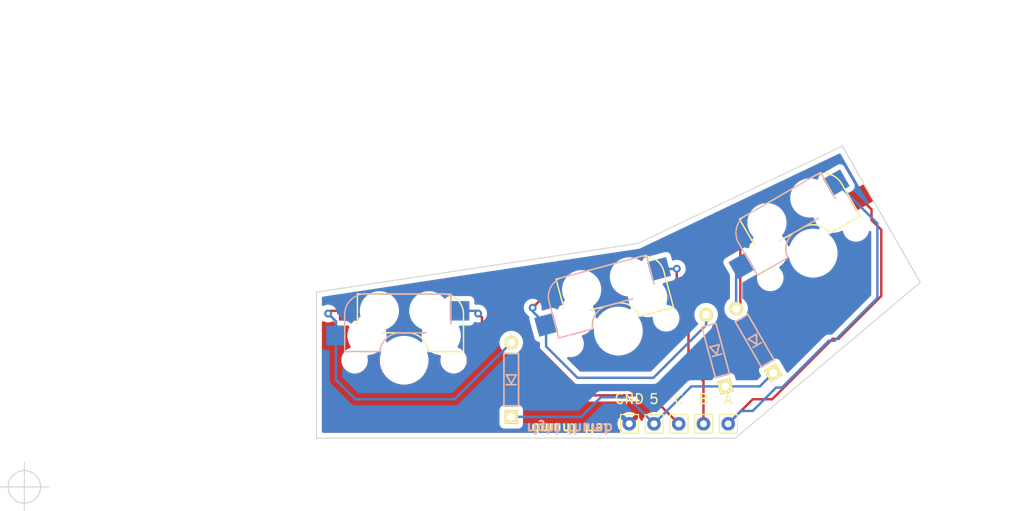
<source format=kicad_pcb>
(kicad_pcb (version 20171130) (host pcbnew 5.1.12)

  (general
    (thickness 1.6)
    (drawings 18)
    (tracks 70)
    (zones 0)
    (modules 11)
    (nets 9)
  )

  (page A4)
  (layers
    (0 F.Cu signal)
    (31 B.Cu signal)
    (32 B.Adhes user)
    (33 F.Adhes user)
    (34 B.Paste user)
    (35 F.Paste user)
    (36 B.SilkS user)
    (37 F.SilkS user)
    (38 B.Mask user)
    (39 F.Mask user)
    (40 Dwgs.User user)
    (41 Cmts.User user)
    (42 Eco1.User user)
    (43 Eco2.User user)
    (44 Edge.Cuts user)
    (45 Margin user)
    (46 B.CrtYd user)
    (47 F.CrtYd user)
    (48 B.Fab user)
    (49 F.Fab user)
  )

  (setup
    (last_trace_width 0.25)
    (trace_clearance 0.2)
    (zone_clearance 0.508)
    (zone_45_only no)
    (trace_min 0.2)
    (via_size 0.8)
    (via_drill 0.4)
    (via_min_size 0.4)
    (via_min_drill 0.3)
    (uvia_size 0.3)
    (uvia_drill 0.1)
    (uvias_allowed no)
    (uvia_min_size 0.2)
    (uvia_min_drill 0.1)
    (edge_width 0.1)
    (segment_width 0.2)
    (pcb_text_width 0.3)
    (pcb_text_size 1.5 1.5)
    (mod_edge_width 0.15)
    (mod_text_size 1 1)
    (mod_text_width 0.15)
    (pad_size 1.4 1.4)
    (pad_drill 0.7)
    (pad_to_mask_clearance 0)
    (aux_axis_origin 0 0)
    (visible_elements FFFFFF7F)
    (pcbplotparams
      (layerselection 0x010fc_ffffffff)
      (usegerberextensions false)
      (usegerberattributes true)
      (usegerberadvancedattributes true)
      (creategerberjobfile true)
      (excludeedgelayer true)
      (linewidth 0.100000)
      (plotframeref false)
      (viasonmask false)
      (mode 1)
      (useauxorigin false)
      (hpglpennumber 1)
      (hpglpenspeed 20)
      (hpglpendiameter 15.000000)
      (psnegative false)
      (psa4output false)
      (plotreference true)
      (plotvalue true)
      (plotinvisibletext false)
      (padsonsilk false)
      (subtractmaskfromsilk false)
      (outputformat 1)
      (mirror false)
      (drillshape 0)
      (scaleselection 1)
      (outputdirectory "../gerber/revF-thumb-reversible/"))
  )

  (net 0 "")
  (net 1 "Net-(D_LA5-Pad2)")
  (net 2 "Net-(D_LA5-Pad1)")
  (net 3 "Net-(D_LB5-Pad2)")
  (net 4 "Net-(D_LC5-Pad2)")
  (net 5 "Net-(H_LA1-Pad1)")
  (net 6 "Net-(H_LB1-Pad1)")
  (net 7 "Net-(H_LC1-Pad1)")
  (net 8 GND)

  (net_class Default "これはデフォルトのネット クラスです。"
    (clearance 0.2)
    (trace_width 0.25)
    (via_dia 0.8)
    (via_drill 0.4)
    (uvia_dia 0.3)
    (uvia_drill 0.1)
    (add_net GND)
    (add_net "Net-(D_LA5-Pad1)")
    (add_net "Net-(D_LA5-Pad2)")
    (add_net "Net-(D_LB5-Pad2)")
    (add_net "Net-(D_LC5-Pad2)")
    (add_net "Net-(H_LA1-Pad1)")
    (add_net "Net-(H_LB1-Pad1)")
    (add_net "Net-(H_LC1-Pad1)")
  )

  (module local:Pin_D0.7mm (layer F.Cu) (tedit 61A2FA53) (tstamp 62644C69)
    (at 74.66 53.52 180)
    (descr "solder Pin_ with flat fork, hole diameter 0.7mm, length 6.5mm, width 1.8mm")
    (tags "solder Pin_ with flat fork")
    (path /61A27B42)
    (fp_text reference H_L5 (at 0 -3.81) (layer F.Fab)
      (effects (font (size 0.8 0.8) (thickness 0.15)))
    )
    (fp_text value 5 (at 0 2.54) (layer F.SilkS)
      (effects (font (size 1 1) (thickness 0.15)))
    )
    (fp_line (start -0.9 0.25) (end -0.9 -0.25) (layer F.Fab) (width 0.12))
    (fp_line (start 0.85 0.25) (end -0.9 0.25) (layer F.Fab) (width 0.12))
    (fp_line (start 0.85 -0.25) (end 0.85 0.25) (layer F.Fab) (width 0.12))
    (fp_line (start -0.9 -0.25) (end 0.85 -0.25) (layer F.Fab) (width 0.12))
    (fp_line (start 0.9 -0.95) (end -0.95 -0.95) (layer F.SilkS) (width 0.12))
    (fp_line (start 0.9 -0.9) (end 0.9 -0.95) (layer F.SilkS) (width 0.12))
    (fp_line (start 0.9 0.95) (end 0.9 -0.9) (layer F.SilkS) (width 0.12))
    (fp_line (start -0.95 0.95) (end 0.9 0.95) (layer F.SilkS) (width 0.12))
    (fp_line (start -0.95 -0.95) (end -0.95 0.95) (layer F.SilkS) (width 0.12))
    (pad 1 thru_hole circle (at 0 0 180) (size 1.4 1.4) (drill 0.7) (layers *.Cu *.Mask)
      (net 2 "Net-(D_LA5-Pad1)"))
    (model ${KISYS3DMOD}/Connector_Pin.3dshapes/Pin_D0.7mm_L6.5mm_W1.8mm_FlatFork.wrl
      (at (xyz 0 0 0))
      (scale (xyz 1 1 1))
      (rotate (xyz 0 0 0))
    )
  )

  (module local:Pin_D0.7mm (layer F.Cu) (tedit 61A2FA53) (tstamp 62644C1A)
    (at 82.28 53.52 180)
    (descr "solder Pin_ with flat fork, hole diameter 0.7mm, length 6.5mm, width 1.8mm")
    (tags "solder Pin_ with flat fork")
    (path /61A275B8)
    (fp_text reference H_LA1 (at 0 -3.81) (layer F.Fab)
      (effects (font (size 0.8 0.8) (thickness 0.15)))
    )
    (fp_text value A (at 0 2.54) (layer F.SilkS)
      (effects (font (size 1 1) (thickness 0.15)))
    )
    (fp_line (start -0.9 0.25) (end -0.9 -0.25) (layer F.Fab) (width 0.12))
    (fp_line (start 0.85 0.25) (end -0.9 0.25) (layer F.Fab) (width 0.12))
    (fp_line (start 0.85 -0.25) (end 0.85 0.25) (layer F.Fab) (width 0.12))
    (fp_line (start -0.9 -0.25) (end 0.85 -0.25) (layer F.Fab) (width 0.12))
    (fp_line (start 0.9 -0.95) (end -0.95 -0.95) (layer F.SilkS) (width 0.12))
    (fp_line (start 0.9 -0.9) (end 0.9 -0.95) (layer F.SilkS) (width 0.12))
    (fp_line (start 0.9 0.95) (end 0.9 -0.9) (layer F.SilkS) (width 0.12))
    (fp_line (start -0.95 0.95) (end 0.9 0.95) (layer F.SilkS) (width 0.12))
    (fp_line (start -0.95 -0.95) (end -0.95 0.95) (layer F.SilkS) (width 0.12))
    (pad 1 thru_hole circle (at 0 0 180) (size 1.4 1.4) (drill 0.7) (layers *.Cu *.Mask)
      (net 5 "Net-(H_LA1-Pad1)"))
    (model ${KISYS3DMOD}/Connector_Pin.3dshapes/Pin_D0.7mm_L6.5mm_W1.8mm_FlatFork.wrl
      (at (xyz 0 0 0))
      (scale (xyz 1 1 1))
      (rotate (xyz 0 0 0))
    )
  )

  (module local:Pin_D0.7mm (layer F.Cu) (tedit 61A2FA53) (tstamp 62644C0D)
    (at 72.12 53.52 180)
    (descr "solder Pin_ with flat fork, hole diameter 0.7mm, length 6.5mm, width 1.8mm")
    (tags "solder Pin_ with flat fork")
    (path /61A27F0E)
    (fp_text reference H_LGND1 (at 0 -3.81) (layer F.Fab)
      (effects (font (size 0.8 0.8) (thickness 0.15)))
    )
    (fp_text value GND (at 0 2.54) (layer F.SilkS)
      (effects (font (size 1 1) (thickness 0.15)))
    )
    (fp_line (start -0.9 0.25) (end -0.9 -0.25) (layer F.Fab) (width 0.12))
    (fp_line (start 0.85 0.25) (end -0.9 0.25) (layer F.Fab) (width 0.12))
    (fp_line (start 0.85 -0.25) (end 0.85 0.25) (layer F.Fab) (width 0.12))
    (fp_line (start -0.9 -0.25) (end 0.85 -0.25) (layer F.Fab) (width 0.12))
    (fp_line (start 0.9 -0.95) (end -0.95 -0.95) (layer F.SilkS) (width 0.12))
    (fp_line (start 0.9 -0.9) (end 0.9 -0.95) (layer F.SilkS) (width 0.12))
    (fp_line (start 0.9 0.95) (end 0.9 -0.9) (layer F.SilkS) (width 0.12))
    (fp_line (start -0.95 0.95) (end 0.9 0.95) (layer F.SilkS) (width 0.12))
    (fp_line (start -0.95 -0.95) (end -0.95 0.95) (layer F.SilkS) (width 0.12))
    (pad 1 thru_hole circle (at 0 0 180) (size 1.4 1.4) (drill 0.7) (layers *.Cu *.Mask)
      (net 8 GND))
    (model ${KISYS3DMOD}/Connector_Pin.3dshapes/Pin_D0.7mm_L6.5mm_W1.8mm_FlatFork.wrl
      (at (xyz 0 0 0))
      (scale (xyz 1 1 1))
      (rotate (xyz 0 0 0))
    )
  )

  (module local:Pin_D0.7mm (layer F.Cu) (tedit 61A2FA53) (tstamp 62644BE6)
    (at 79.74 53.52 180)
    (descr "solder Pin_ with flat fork, hole diameter 0.7mm, length 6.5mm, width 1.8mm")
    (tags "solder Pin_ with flat fork")
    (path /61A25B2F)
    (fp_text reference H_LB1 (at 0 -3.81) (layer F.Fab)
      (effects (font (size 0.8 0.8) (thickness 0.15)))
    )
    (fp_text value B (at 0 2.54) (layer F.SilkS)
      (effects (font (size 1 1) (thickness 0.15)))
    )
    (fp_line (start -0.9 0.25) (end -0.9 -0.25) (layer F.Fab) (width 0.12))
    (fp_line (start 0.85 0.25) (end -0.9 0.25) (layer F.Fab) (width 0.12))
    (fp_line (start 0.85 -0.25) (end 0.85 0.25) (layer F.Fab) (width 0.12))
    (fp_line (start -0.9 -0.25) (end 0.85 -0.25) (layer F.Fab) (width 0.12))
    (fp_line (start 0.9 -0.95) (end -0.95 -0.95) (layer F.SilkS) (width 0.12))
    (fp_line (start 0.9 -0.9) (end 0.9 -0.95) (layer F.SilkS) (width 0.12))
    (fp_line (start 0.9 0.95) (end 0.9 -0.9) (layer F.SilkS) (width 0.12))
    (fp_line (start -0.95 0.95) (end 0.9 0.95) (layer F.SilkS) (width 0.12))
    (fp_line (start -0.95 -0.95) (end -0.95 0.95) (layer F.SilkS) (width 0.12))
    (pad 1 thru_hole circle (at 0 0 180) (size 1.4 1.4) (drill 0.7) (layers *.Cu *.Mask)
      (net 6 "Net-(H_LB1-Pad1)"))
    (model ${KISYS3DMOD}/Connector_Pin.3dshapes/Pin_D0.7mm_L6.5mm_W1.8mm_FlatFork.wrl
      (at (xyz 0 0 0))
      (scale (xyz 1 1 1))
      (rotate (xyz 0 0 0))
    )
  )

  (module local:Pin_D0.7mm (layer F.Cu) (tedit 61A2FA53) (tstamp 62644BD9)
    (at 77.2 53.52 180)
    (descr "solder Pin_ with flat fork, hole diameter 0.7mm, length 6.5mm, width 1.8mm")
    (tags "solder Pin_ with flat fork")
    (path /61A26894)
    (fp_text reference H_LC1 (at 0 -3.81) (layer F.Fab)
      (effects (font (size 0.8 0.8) (thickness 0.15)))
    )
    (fp_text value C (at 0 2.54) (layer F.SilkS)
      (effects (font (size 1 1) (thickness 0.15)))
    )
    (fp_line (start -0.9 0.25) (end -0.9 -0.25) (layer F.Fab) (width 0.12))
    (fp_line (start 0.85 0.25) (end -0.9 0.25) (layer F.Fab) (width 0.12))
    (fp_line (start 0.85 -0.25) (end 0.85 0.25) (layer F.Fab) (width 0.12))
    (fp_line (start -0.9 -0.25) (end 0.85 -0.25) (layer F.Fab) (width 0.12))
    (fp_line (start 0.9 -0.95) (end -0.95 -0.95) (layer F.SilkS) (width 0.12))
    (fp_line (start 0.9 -0.9) (end 0.9 -0.95) (layer F.SilkS) (width 0.12))
    (fp_line (start 0.9 0.95) (end 0.9 -0.9) (layer F.SilkS) (width 0.12))
    (fp_line (start -0.95 0.95) (end 0.9 0.95) (layer F.SilkS) (width 0.12))
    (fp_line (start -0.95 -0.95) (end -0.95 0.95) (layer F.SilkS) (width 0.12))
    (pad 1 thru_hole circle (at 0 0 180) (size 1.4 1.4) (drill 0.7) (layers *.Cu *.Mask)
      (net 7 "Net-(H_LC1-Pad1)"))
    (model ${KISYS3DMOD}/Connector_Pin.3dshapes/Pin_D0.7mm_L6.5mm_W1.8mm_FlatFork.wrl
      (at (xyz 0 0 0))
      (scale (xyz 1 1 1))
      (rotate (xyz 0 0 0))
    )
  )

  (module local:D_TH_Reversible (layer F.Cu) (tedit 6108B6D8) (tstamp 6266B1C6)
    (at 85 45 120)
    (descr "Resitance 3 pas")
    (tags R)
    (path /61A38A85)
    (autoplace_cost180 10)
    (fp_text reference D_LA5 (at 0.55 0 120) (layer F.Fab) hide
      (effects (font (size 0.5 0.5) (thickness 0.125)))
    )
    (fp_text value D_A5 (at -0.55 0 120) (layer F.Fab) hide
      (effects (font (size 0.5 0.5) (thickness 0.125)))
    )
    (fp_line (start 2.7 0.75) (end 2.7 -0.75) (layer B.SilkS) (width 0.15))
    (fp_line (start -2.7 0.75) (end 2.7 0.75) (layer B.SilkS) (width 0.15))
    (fp_line (start -2.7 -0.75) (end -2.7 0.75) (layer B.SilkS) (width 0.15))
    (fp_line (start 2.7 -0.75) (end -2.7 -0.75) (layer B.SilkS) (width 0.15))
    (fp_line (start 2.7 0.75) (end 2.7 -0.75) (layer F.SilkS) (width 0.15))
    (fp_line (start -2.7 0.75) (end 2.7 0.75) (layer F.SilkS) (width 0.15))
    (fp_line (start -2.7 -0.75) (end -2.7 0.75) (layer F.SilkS) (width 0.15))
    (fp_line (start 2.7 -0.75) (end -2.7 -0.75) (layer F.SilkS) (width 0.15))
    (fp_line (start -0.5 -0.5) (end -0.5 0.5) (layer F.SilkS) (width 0.15))
    (fp_line (start 0.5 0.5) (end -0.4 0) (layer F.SilkS) (width 0.15))
    (fp_line (start 0.5 -0.5) (end 0.5 0.5) (layer F.SilkS) (width 0.15))
    (fp_line (start -0.4 0) (end 0.5 -0.5) (layer F.SilkS) (width 0.15))
    (fp_line (start -0.5 -0.5) (end -0.5 0.5) (layer B.SilkS) (width 0.15))
    (fp_line (start 0.5 0.5) (end -0.4 0) (layer B.SilkS) (width 0.15))
    (fp_line (start 0.5 -0.5) (end 0.5 0.5) (layer B.SilkS) (width 0.15))
    (fp_line (start -0.4 0) (end 0.5 -0.5) (layer B.SilkS) (width 0.15))
    (pad 1 thru_hole rect (at -3.81 0 120) (size 1.397 1.397) (drill 0.8128) (layers *.Cu *.Mask F.SilkS)
      (net 2 "Net-(D_LA5-Pad1)"))
    (pad 2 thru_hole circle (at 3.81 0 120) (size 1.397 1.397) (drill 0.8128) (layers *.Cu *.Mask F.SilkS)
      (net 1 "Net-(D_LA5-Pad2)"))
    (model Diodes_SMD.3dshapes/SMB_Handsoldering.wrl
      (at (xyz 0 0 0))
      (scale (xyz 0.22 0.15 0.15))
      (rotate (xyz 0 0 180))
    )
  )

  (module local:D_TH_Reversible (layer F.Cu) (tedit 6108B6D8) (tstamp 6266B1DB)
    (at 81 46 105)
    (descr "Resitance 3 pas")
    (tags R)
    (path /61A3850D)
    (autoplace_cost180 10)
    (fp_text reference D_LB5 (at 0.55 0 105) (layer F.Fab) hide
      (effects (font (size 0.5 0.5) (thickness 0.125)))
    )
    (fp_text value D_B5 (at -0.55 0 105) (layer F.Fab) hide
      (effects (font (size 0.5 0.5) (thickness 0.125)))
    )
    (fp_line (start -0.4 0) (end 0.5 -0.5) (layer B.SilkS) (width 0.15))
    (fp_line (start 0.5 -0.5) (end 0.5 0.5) (layer B.SilkS) (width 0.15))
    (fp_line (start 0.5 0.5) (end -0.4 0) (layer B.SilkS) (width 0.15))
    (fp_line (start -0.5 -0.5) (end -0.5 0.5) (layer B.SilkS) (width 0.15))
    (fp_line (start -0.4 0) (end 0.5 -0.5) (layer F.SilkS) (width 0.15))
    (fp_line (start 0.5 -0.5) (end 0.5 0.5) (layer F.SilkS) (width 0.15))
    (fp_line (start 0.5 0.5) (end -0.4 0) (layer F.SilkS) (width 0.15))
    (fp_line (start -0.5 -0.5) (end -0.5 0.5) (layer F.SilkS) (width 0.15))
    (fp_line (start 2.7 -0.75) (end -2.7 -0.75) (layer F.SilkS) (width 0.15))
    (fp_line (start -2.7 -0.75) (end -2.7 0.75) (layer F.SilkS) (width 0.15))
    (fp_line (start -2.7 0.75) (end 2.7 0.75) (layer F.SilkS) (width 0.15))
    (fp_line (start 2.7 0.75) (end 2.7 -0.75) (layer F.SilkS) (width 0.15))
    (fp_line (start 2.7 -0.75) (end -2.7 -0.75) (layer B.SilkS) (width 0.15))
    (fp_line (start -2.7 -0.75) (end -2.7 0.75) (layer B.SilkS) (width 0.15))
    (fp_line (start -2.7 0.75) (end 2.7 0.75) (layer B.SilkS) (width 0.15))
    (fp_line (start 2.7 0.75) (end 2.7 -0.75) (layer B.SilkS) (width 0.15))
    (pad 2 thru_hole circle (at 3.81 0 105) (size 1.397 1.397) (drill 0.8128) (layers *.Cu *.Mask F.SilkS)
      (net 3 "Net-(D_LB5-Pad2)"))
    (pad 1 thru_hole rect (at -3.81 0 105) (size 1.397 1.397) (drill 0.8128) (layers *.Cu *.Mask F.SilkS)
      (net 2 "Net-(D_LA5-Pad1)"))
    (model Diodes_SMD.3dshapes/SMB_Handsoldering.wrl
      (at (xyz 0 0 0))
      (scale (xyz 0.22 0.15 0.15))
      (rotate (xyz 0 0 180))
    )
  )

  (module local:D_TH_Reversible (layer F.Cu) (tedit 6108B6D8) (tstamp 6266B1F0)
    (at 60 49 90)
    (descr "Resitance 3 pas")
    (tags R)
    (path /61A37E86)
    (autoplace_cost180 10)
    (fp_text reference D_LC5 (at 0.55 0 90) (layer F.Fab) hide
      (effects (font (size 0.5 0.5) (thickness 0.125)))
    )
    (fp_text value D_C5 (at -0.55 0 90) (layer F.Fab) hide
      (effects (font (size 0.5 0.5) (thickness 0.125)))
    )
    (fp_line (start 2.7 0.75) (end 2.7 -0.75) (layer B.SilkS) (width 0.15))
    (fp_line (start -2.7 0.75) (end 2.7 0.75) (layer B.SilkS) (width 0.15))
    (fp_line (start -2.7 -0.75) (end -2.7 0.75) (layer B.SilkS) (width 0.15))
    (fp_line (start 2.7 -0.75) (end -2.7 -0.75) (layer B.SilkS) (width 0.15))
    (fp_line (start 2.7 0.75) (end 2.7 -0.75) (layer F.SilkS) (width 0.15))
    (fp_line (start -2.7 0.75) (end 2.7 0.75) (layer F.SilkS) (width 0.15))
    (fp_line (start -2.7 -0.75) (end -2.7 0.75) (layer F.SilkS) (width 0.15))
    (fp_line (start 2.7 -0.75) (end -2.7 -0.75) (layer F.SilkS) (width 0.15))
    (fp_line (start -0.5 -0.5) (end -0.5 0.5) (layer F.SilkS) (width 0.15))
    (fp_line (start 0.5 0.5) (end -0.4 0) (layer F.SilkS) (width 0.15))
    (fp_line (start 0.5 -0.5) (end 0.5 0.5) (layer F.SilkS) (width 0.15))
    (fp_line (start -0.4 0) (end 0.5 -0.5) (layer F.SilkS) (width 0.15))
    (fp_line (start -0.5 -0.5) (end -0.5 0.5) (layer B.SilkS) (width 0.15))
    (fp_line (start 0.5 0.5) (end -0.4 0) (layer B.SilkS) (width 0.15))
    (fp_line (start 0.5 -0.5) (end 0.5 0.5) (layer B.SilkS) (width 0.15))
    (fp_line (start -0.4 0) (end 0.5 -0.5) (layer B.SilkS) (width 0.15))
    (pad 1 thru_hole rect (at -3.81 0 90) (size 1.397 1.397) (drill 0.8128) (layers *.Cu *.Mask F.SilkS)
      (net 2 "Net-(D_LA5-Pad1)"))
    (pad 2 thru_hole circle (at 3.81 0 90) (size 1.397 1.397) (drill 0.8128) (layers *.Cu *.Mask F.SilkS)
      (net 4 "Net-(D_LC5-Pad2)"))
    (model Diodes_SMD.3dshapes/SMB_Handsoldering.wrl
      (at (xyz 0 0 0))
      (scale (xyz 0.22 0.15 0.15))
      (rotate (xyz 0 0 180))
    )
  )

  (module local:CherryMX_Hotswap_Reversible (layer B.Cu) (tedit 61A48B05) (tstamp 6266B205)
    (at 91 36 210)
    (path /61A293DD)
    (fp_text reference SW_LA5 (at 6.858 8.128 210) (layer B.SilkS) hide
      (effects (font (size 1 1) (thickness 0.15)) (justify mirror))
    )
    (fp_text value SW_PUSH-foostan (at 7.62 -7.874 210) (layer B.Fab) hide
      (effects (font (size 1 1) (thickness 0.15)) (justify mirror))
    )
    (fp_line (start 7 -6) (end 7 -7) (layer Eco1.User) (width 0.12))
    (fp_line (start 7 -7) (end 6 -7) (layer Eco1.User) (width 0.12))
    (fp_line (start 6 7) (end 7 7) (layer Eco1.User) (width 0.12))
    (fp_line (start 7 7) (end 7 6) (layer Eco1.User) (width 0.1))
    (fp_line (start -7 6) (end -7 7) (layer Eco1.User) (width 0.1))
    (fp_line (start -7 -7) (end -7 -6) (layer Eco1.User) (width 0.1))
    (fp_line (start 6.1 0.896) (end 2.49 0.896) (layer B.SilkS) (width 0.15))
    (fp_line (start 6.1 4.85) (end 6.1 0.905) (layer B.SilkS) (width 0.15))
    (fp_line (start -4.8 6.804) (end 3.825 6.804) (layer B.SilkS) (width 0.15))
    (fp_line (start -4.8 2.896) (end -4.8 6.804) (layer B.SilkS) (width 0.15))
    (fp_line (start -4.8 2.85) (end 0.25 2.804) (layer B.SilkS) (width 0.15))
    (fp_line (start 4.8 2.85) (end -0.25 2.804) (layer F.SilkS) (width 0.15))
    (fp_line (start 4.8 2.896) (end 4.8 6.804) (layer F.SilkS) (width 0.15))
    (fp_line (start 4.8 6.804) (end -3.825 6.804) (layer F.SilkS) (width 0.15))
    (fp_line (start -6.1 4.85) (end -6.1 0.905) (layer F.SilkS) (width 0.15))
    (fp_line (start -6.1 0.896) (end -2.49 0.896) (layer F.SilkS) (width 0.15))
    (fp_line (start -9.5 9.5) (end 9.5 9.5) (layer Dwgs.User) (width 0.1))
    (fp_line (start 9.5 9.5) (end 9.5 -9.5) (layer Dwgs.User) (width 0.1))
    (fp_line (start 9.5 -9.5) (end -9.5 -9.5) (layer Dwgs.User) (width 0.1))
    (fp_line (start -9.5 -9.5) (end -9.5 9.5) (layer Dwgs.User) (width 0.1))
    (fp_line (start -6 -7) (end -7 -7) (layer Eco1.User) (width 0.1))
    (fp_line (start -7 7) (end -6 7) (layer Eco1.User) (width 0.1))
    (fp_arc (start -4.015 4.73) (end -3.825 6.804) (angle 90) (layer F.SilkS) (width 0.15))
    (fp_arc (start -0.415 0.73) (end -0.225 2.8) (angle 90) (layer F.SilkS) (width 0.15))
    (fp_arc (start 0.415 0.73) (end 0.225 2.8) (angle -90) (layer B.SilkS) (width 0.15))
    (fp_arc (start 4.015 4.73) (end 3.825 6.804) (angle -90) (layer B.SilkS) (width 0.15))
    (pad 1 smd rect (at 5.7 5.08 30) (size 2 2) (layers F.Cu F.Paste F.Mask)
      (net 1 "Net-(D_LA5-Pad2)"))
    (pad "" np_thru_hole circle (at -3.81 2.54 30) (size 3 3) (drill 3) (layers *.Cu *.Mask)
      (clearance 0.25))
    (pad "" np_thru_hole circle (at 5.08 0 30) (size 1.702 1.702) (drill 1.702) (layers *.Cu *.Mask)
      (clearance 0.3))
    (pad "" np_thru_hole circle (at -5.08 0 30) (size 1.702 1.702) (drill 1.702) (layers *.Cu *.Mask)
      (clearance 0.3))
    (pad "" np_thru_hole circle (at 0 0 300) (size 3.988 3.988) (drill 3.988) (layers *.Cu *.Mask)
      (clearance 0.25))
    (pad "" np_thru_hole circle (at 2.54 5.08 30) (size 3 3) (drill 3) (layers *.Cu *.Mask)
      (clearance 0.3))
    (pad 2 smd rect (at -7 2.54 30) (size 2 2) (layers F.Cu F.Paste F.Mask)
      (net 5 "Net-(H_LA1-Pad1)"))
    (pad 1 smd rect (at 7 2.54 30) (size 2 2) (layers B.Cu B.Paste B.Mask)
      (net 1 "Net-(D_LA5-Pad2)"))
    (pad "" np_thru_hole circle (at -2.54 5.08 30) (size 3 3) (drill 3) (layers *.Cu *.Mask)
      (clearance 0.3))
    (pad "" np_thru_hole circle (at 3.81 2.54 30) (size 3 3) (drill 3) (layers *.Cu *.Mask)
      (clearance 0.25))
    (pad 2 smd rect (at -5.7 5.08 30) (size 2 2) (layers B.Cu B.Paste B.Mask)
      (net 5 "Net-(H_LA1-Pad1)"))
  )

  (module local:CherryMX_Hotswap_Reversible (layer B.Cu) (tedit 61A48B05) (tstamp 6266B22D)
    (at 71 44 195)
    (path /61A2B094)
    (fp_text reference SW_LB5 (at 6.858 8.128 195) (layer B.SilkS) hide
      (effects (font (size 1 1) (thickness 0.15)) (justify mirror))
    )
    (fp_text value SW_PUSH-foostan (at 7.62 -7.874 195) (layer B.Fab) hide
      (effects (font (size 1 1) (thickness 0.15)) (justify mirror))
    )
    (fp_line (start -7 7) (end -6 7) (layer Eco1.User) (width 0.1))
    (fp_line (start -6 -7) (end -7 -7) (layer Eco1.User) (width 0.1))
    (fp_line (start -9.5 -9.5) (end -9.5 9.5) (layer Dwgs.User) (width 0.1))
    (fp_line (start 9.5 -9.5) (end -9.5 -9.5) (layer Dwgs.User) (width 0.1))
    (fp_line (start 9.5 9.5) (end 9.5 -9.5) (layer Dwgs.User) (width 0.1))
    (fp_line (start -9.5 9.5) (end 9.5 9.5) (layer Dwgs.User) (width 0.1))
    (fp_line (start -6.1 0.896) (end -2.49 0.896) (layer F.SilkS) (width 0.15))
    (fp_line (start -6.1 4.85) (end -6.1 0.905) (layer F.SilkS) (width 0.15))
    (fp_line (start 4.8 6.804) (end -3.825 6.804) (layer F.SilkS) (width 0.15))
    (fp_line (start 4.8 2.896) (end 4.8 6.804) (layer F.SilkS) (width 0.15))
    (fp_line (start 4.8 2.85) (end -0.25 2.804) (layer F.SilkS) (width 0.15))
    (fp_line (start -4.8 2.85) (end 0.25 2.804) (layer B.SilkS) (width 0.15))
    (fp_line (start -4.8 2.896) (end -4.8 6.804) (layer B.SilkS) (width 0.15))
    (fp_line (start -4.8 6.804) (end 3.825 6.804) (layer B.SilkS) (width 0.15))
    (fp_line (start 6.1 4.85) (end 6.1 0.905) (layer B.SilkS) (width 0.15))
    (fp_line (start 6.1 0.896) (end 2.49 0.896) (layer B.SilkS) (width 0.15))
    (fp_line (start -7 -7) (end -7 -6) (layer Eco1.User) (width 0.1))
    (fp_line (start -7 6) (end -7 7) (layer Eco1.User) (width 0.1))
    (fp_line (start 7 7) (end 7 6) (layer Eco1.User) (width 0.1))
    (fp_line (start 6 7) (end 7 7) (layer Eco1.User) (width 0.12))
    (fp_line (start 7 -7) (end 6 -7) (layer Eco1.User) (width 0.12))
    (fp_line (start 7 -6) (end 7 -7) (layer Eco1.User) (width 0.12))
    (fp_arc (start 4.015 4.73) (end 3.825 6.804) (angle -90) (layer B.SilkS) (width 0.15))
    (fp_arc (start 0.415 0.73) (end 0.225 2.8) (angle -90) (layer B.SilkS) (width 0.15))
    (fp_arc (start -0.415 0.73) (end -0.225 2.8) (angle 90) (layer F.SilkS) (width 0.15))
    (fp_arc (start -4.015 4.73) (end -3.825 6.804) (angle 90) (layer F.SilkS) (width 0.15))
    (pad 2 smd rect (at -5.7 5.08 15) (size 2 2) (layers B.Cu B.Paste B.Mask)
      (net 6 "Net-(H_LB1-Pad1)"))
    (pad "" np_thru_hole circle (at 3.81 2.54 15) (size 3 3) (drill 3) (layers *.Cu *.Mask)
      (clearance 0.25))
    (pad "" np_thru_hole circle (at -2.54 5.08 15) (size 3 3) (drill 3) (layers *.Cu *.Mask)
      (clearance 0.3))
    (pad 1 smd rect (at 7 2.54 15) (size 2 2) (layers B.Cu B.Paste B.Mask)
      (net 3 "Net-(D_LB5-Pad2)"))
    (pad 2 smd rect (at -7 2.54 15) (size 2 2) (layers F.Cu F.Paste F.Mask)
      (net 6 "Net-(H_LB1-Pad1)"))
    (pad "" np_thru_hole circle (at 2.54 5.08 15) (size 3 3) (drill 3) (layers *.Cu *.Mask)
      (clearance 0.3))
    (pad "" np_thru_hole circle (at 0 0 285) (size 3.988 3.988) (drill 3.988) (layers *.Cu *.Mask)
      (clearance 0.25))
    (pad "" np_thru_hole circle (at -5.08 0 15) (size 1.702 1.702) (drill 1.702) (layers *.Cu *.Mask)
      (clearance 0.3))
    (pad "" np_thru_hole circle (at 5.08 0 15) (size 1.702 1.702) (drill 1.702) (layers *.Cu *.Mask)
      (clearance 0.3))
    (pad "" np_thru_hole circle (at -3.81 2.54 15) (size 3 3) (drill 3) (layers *.Cu *.Mask)
      (clearance 0.25))
    (pad 1 smd rect (at 5.7 5.08 15) (size 2 2) (layers F.Cu F.Paste F.Mask)
      (net 3 "Net-(D_LB5-Pad2)"))
  )

  (module local:CherryMX_Hotswap_Reversible (layer B.Cu) (tedit 61A48B05) (tstamp 6266B255)
    (at 49 47 180)
    (path /61A2FE9B)
    (fp_text reference SW_LC5 (at 6.858 8.128 180) (layer B.SilkS) hide
      (effects (font (size 1 1) (thickness 0.15)) (justify mirror))
    )
    (fp_text value SW_PUSH-foostan (at 7.62 -7.874 180) (layer B.Fab) hide
      (effects (font (size 1 1) (thickness 0.15)) (justify mirror))
    )
    (fp_line (start 7 -6) (end 7 -7) (layer Eco1.User) (width 0.12))
    (fp_line (start 7 -7) (end 6 -7) (layer Eco1.User) (width 0.12))
    (fp_line (start 6 7) (end 7 7) (layer Eco1.User) (width 0.12))
    (fp_line (start 7 7) (end 7 6) (layer Eco1.User) (width 0.1))
    (fp_line (start -7 6) (end -7 7) (layer Eco1.User) (width 0.1))
    (fp_line (start -7 -7) (end -7 -6) (layer Eco1.User) (width 0.1))
    (fp_line (start 6.1 0.896) (end 2.49 0.896) (layer B.SilkS) (width 0.15))
    (fp_line (start 6.1 4.85) (end 6.1 0.905) (layer B.SilkS) (width 0.15))
    (fp_line (start -4.8 6.804) (end 3.825 6.804) (layer B.SilkS) (width 0.15))
    (fp_line (start -4.8 2.896) (end -4.8 6.804) (layer B.SilkS) (width 0.15))
    (fp_line (start -4.8 2.85) (end 0.25 2.804) (layer B.SilkS) (width 0.15))
    (fp_line (start 4.8 2.85) (end -0.25 2.804) (layer F.SilkS) (width 0.15))
    (fp_line (start 4.8 2.896) (end 4.8 6.804) (layer F.SilkS) (width 0.15))
    (fp_line (start 4.8 6.804) (end -3.825 6.804) (layer F.SilkS) (width 0.15))
    (fp_line (start -6.1 4.85) (end -6.1 0.905) (layer F.SilkS) (width 0.15))
    (fp_line (start -6.1 0.896) (end -2.49 0.896) (layer F.SilkS) (width 0.15))
    (fp_line (start -9.5 9.5) (end 9.5 9.5) (layer Dwgs.User) (width 0.1))
    (fp_line (start 9.5 9.5) (end 9.5 -9.5) (layer Dwgs.User) (width 0.1))
    (fp_line (start 9.5 -9.5) (end -9.5 -9.5) (layer Dwgs.User) (width 0.1))
    (fp_line (start -9.5 -9.5) (end -9.5 9.5) (layer Dwgs.User) (width 0.1))
    (fp_line (start -6 -7) (end -7 -7) (layer Eco1.User) (width 0.1))
    (fp_line (start -7 7) (end -6 7) (layer Eco1.User) (width 0.1))
    (fp_arc (start -4.015 4.73) (end -3.825 6.804) (angle 90) (layer F.SilkS) (width 0.15))
    (fp_arc (start -0.415 0.73) (end -0.225 2.8) (angle 90) (layer F.SilkS) (width 0.15))
    (fp_arc (start 0.415 0.73) (end 0.225 2.8) (angle -90) (layer B.SilkS) (width 0.15))
    (fp_arc (start 4.015 4.73) (end 3.825 6.804) (angle -90) (layer B.SilkS) (width 0.15))
    (pad 1 smd rect (at 5.7 5.08) (size 2 2) (layers F.Cu F.Paste F.Mask)
      (net 4 "Net-(D_LC5-Pad2)"))
    (pad "" np_thru_hole circle (at -3.81 2.54) (size 3 3) (drill 3) (layers *.Cu *.Mask)
      (clearance 0.25))
    (pad "" np_thru_hole circle (at 5.08 0) (size 1.702 1.702) (drill 1.702) (layers *.Cu *.Mask)
      (clearance 0.3))
    (pad "" np_thru_hole circle (at -5.08 0) (size 1.702 1.702) (drill 1.702) (layers *.Cu *.Mask)
      (clearance 0.3))
    (pad "" np_thru_hole circle (at 0 0 270) (size 3.988 3.988) (drill 3.988) (layers *.Cu *.Mask)
      (clearance 0.25))
    (pad "" np_thru_hole circle (at 2.54 5.08) (size 3 3) (drill 3) (layers *.Cu *.Mask)
      (clearance 0.3))
    (pad 2 smd rect (at -7 2.54) (size 2 2) (layers F.Cu F.Paste F.Mask)
      (net 7 "Net-(H_LC1-Pad1)"))
    (pad 1 smd rect (at 7 2.54) (size 2 2) (layers B.Cu B.Paste B.Mask)
      (net 4 "Net-(D_LC5-Pad2)"))
    (pad "" np_thru_hole circle (at -2.54 5.08) (size 3 3) (drill 3) (layers *.Cu *.Mask)
      (clearance 0.3))
    (pad "" np_thru_hole circle (at 3.81 2.54) (size 3 3) (drill 3) (layers *.Cu *.Mask)
      (clearance 0.25))
    (pad 2 smd rect (at -5.7 5.08) (size 2 2) (layers B.Cu B.Paste B.Mask)
      (net 7 "Net-(H_LC1-Pad1)"))
  )

  (gr_text "right thumb" (at 66 54 180) (layer B.SilkS) (tstamp 6266B286)
    (effects (font (size 1 1) (thickness 0.2)) (justify mirror))
  )
  (gr_line (start 105 38) (end 94 19) (layer Dwgs.User) (width 0.15) (tstamp 62644CA2))
  (gr_circle (center 94 53) (end 98.2 53) (layer Dwgs.User) (width 0.15) (tstamp 62644CA1))
  (gr_line (start 88 19) (end 94 19) (layer Dwgs.User) (width 0.15) (tstamp 62644C93))
  (gr_line (start 32 38) (end 88 19) (layer Dwgs.User) (width 0.15) (tstamp 62644C68))
  (gr_line (start 40 55) (end 83 55) (layer Edge.Cuts) (width 0.1) (tstamp 62644C2C))
  (gr_line (start 102 39) (end 94 25) (layer Edge.Cuts) (width 0.1) (tstamp 62644C2B))
  (gr_line (start 102 39) (end 83 55) (layer Edge.Cuts) (width 0.1) (tstamp 62644C2A))
  (gr_line (start 40 55) (end 40 40) (layer Edge.Cuts) (width 0.1) (tstamp 62644C29))
  (gr_line (start 40 40) (end 73 35) (layer Edge.Cuts) (width 0.1) (tstamp 62644C28))
  (gr_line (start 32 58) (end 32 38) (layer Dwgs.User) (width 0.15) (tstamp 62644C27))
  (gr_line (start 94 25) (end 73 35) (layer Edge.Cuts) (width 0.1) (tstamp 62644BD8))
  (gr_line (start 98 58) (end 105 38) (layer Dwgs.User) (width 0.15) (tstamp 62644BD7))
  (gr_line (start 32 58) (end 98 58) (layer Dwgs.User) (width 0.15) (tstamp 62644BD6))
  (gr_text "left thumb" (at 66 54 180) (layer F.SilkS)
    (effects (font (size 1 1) (thickness 0.2)))
  )
  (dimension 62 (width 0.15) (layer Dwgs.User)
    (gr_text "62.000 mm" (at 71 10.7) (layer Dwgs.User)
      (effects (font (size 1 1) (thickness 0.15)))
    )
    (feature1 (pts (xy 102 16) (xy 102 11.413579)))
    (feature2 (pts (xy 40 16) (xy 40 11.413579)))
    (crossbar (pts (xy 40 12) (xy 102 12)))
    (arrow1a (pts (xy 102 12) (xy 100.873496 12.586421)))
    (arrow1b (pts (xy 102 12) (xy 100.873496 11.413579)))
    (arrow2a (pts (xy 40 12) (xy 41.126504 12.586421)))
    (arrow2b (pts (xy 40 12) (xy 41.126504 11.413579)))
  )
  (dimension 30 (width 0.15) (layer Dwgs.User)
    (gr_text "30.000 mm" (at 111.3 40 270) (layer Dwgs.User)
      (effects (font (size 1 1) (thickness 0.15)))
    )
    (feature1 (pts (xy 94 55) (xy 110.586421 55)))
    (feature2 (pts (xy 94 25) (xy 110.586421 25)))
    (crossbar (pts (xy 110 25) (xy 110 55)))
    (arrow1a (pts (xy 110 55) (xy 109.413579 53.873496)))
    (arrow1b (pts (xy 110 55) (xy 110.586421 53.873496)))
    (arrow2a (pts (xy 110 25) (xy 109.413579 26.126504)))
    (arrow2b (pts (xy 110 25) (xy 110.586421 26.126504)))
  )
  (target plus (at 10 60) (size 5) (width 0.1) (layer Edge.Cuts))

  (segment (start 83.095 37.873117) (end 83.667822 37.300295) (width 0.25) (layer B.Cu) (net 1))
  (segment (start 83.095 41.700443) (end 83.095 37.873117) (width 0.25) (layer B.Cu) (net 1))
  (segment (start 83.523655 41.271788) (end 83.095 41.700443) (width 0.25) (layer F.Cu) (net 1))
  (segment (start 83.523655 34.450591) (end 83.523655 41.271788) (width 0.25) (layer F.Cu) (net 1))
  (segment (start 60 52.81) (end 67.19 52.81) (width 0.25) (layer B.Cu) (net 2))
  (segment (start 67.19 52.81) (end 69.2 50.8) (width 0.25) (layer B.Cu) (net 2))
  (segment (start 71.94 50.8) (end 74.66 53.52) (width 0.25) (layer B.Cu) (net 2))
  (segment (start 69.2 50.8) (end 71.94 50.8) (width 0.25) (layer B.Cu) (net 2))
  (segment (start 78.499823 49.680177) (end 81.986101 49.680177) (width 0.25) (layer B.Cu) (net 2))
  (segment (start 74.66 53.52) (end 78.499823 49.680177) (width 0.25) (layer B.Cu) (net 2))
  (segment (start 85.52438 49.680177) (end 86.905 48.299557) (width 0.25) (layer B.Cu) (net 2))
  (segment (start 81.986101 49.680177) (end 85.52438 49.680177) (width 0.25) (layer B.Cu) (net 2))
  (segment (start 66.8 48.8) (end 74.6 48.8) (width 0.25) (layer B.Cu) (net 3))
  (segment (start 80.013899 43.386101) (end 80.013899 42.319823) (width 0.25) (layer B.Cu) (net 3))
  (segment (start 74.6 48.8) (end 80.013899 43.386101) (width 0.25) (layer B.Cu) (net 3))
  (segment (start 63.581119 45.581119) (end 66.8 48.8) (width 0.25) (layer B.Cu) (net 3))
  (segment (start 63.581119 43.358282) (end 63.581119 45.581119) (width 0.25) (layer B.Cu) (net 3))
  (segment (start 63.231635 40.568365) (end 62.2 41.6) (width 0.25) (layer F.Cu) (net 3))
  (via (at 62.2 41.6) (size 0.8) (drill 0.4) (layers F.Cu B.Cu) (net 3))
  (segment (start 64.179422 40.568365) (end 63.231635 40.568365) (width 0.25) (layer F.Cu) (net 3))
  (segment (start 62.2 41.977163) (end 63.581119 43.358282) (width 0.25) (layer B.Cu) (net 3))
  (segment (start 62.2 41.6) (end 62.2 41.977163) (width 0.25) (layer B.Cu) (net 3))
  (segment (start 60 45.19) (end 54.19 51) (width 0.25) (layer B.Cu) (net 4))
  (segment (start 54.19 51) (end 44 51) (width 0.25) (layer B.Cu) (net 4))
  (segment (start 42 49) (end 42 44.46) (width 0.25) (layer B.Cu) (net 4))
  (segment (start 44 51) (end 42 49) (width 0.25) (layer B.Cu) (net 4))
  (via (at 41.2 42.2) (size 0.8) (drill 0.4) (layers F.Cu B.Cu) (net 4))
  (segment (start 41.48 41.92) (end 41.2 42.2) (width 0.25) (layer F.Cu) (net 4))
  (segment (start 43.3 41.92) (end 41.48 41.92) (width 0.25) (layer F.Cu) (net 4))
  (segment (start 42 43) (end 42 44.46) (width 0.25) (layer B.Cu) (net 4))
  (segment (start 41.2 42.2) (end 42 43) (width 0.25) (layer B.Cu) (net 4))
  (segment (start 84.8 51) (end 82.28 53.52) (width 0.25) (layer F.Cu) (net 5))
  (segment (start 86.8 51) (end 84.8 51) (width 0.25) (layer F.Cu) (net 5))
  (segment (start 93 44.8) (end 86.8 51) (width 0.25) (layer F.Cu) (net 5))
  (segment (start 93.6 44.8) (end 93 44.8) (width 0.25) (layer F.Cu) (net 5))
  (segment (start 98 33.6) (end 98 40.4) (width 0.25) (layer F.Cu) (net 5))
  (segment (start 97 32.6) (end 98 33.6) (width 0.25) (layer F.Cu) (net 5))
  (segment (start 97 31.508117) (end 97 32.6) (width 0.25) (layer F.Cu) (net 5))
  (segment (start 98 40.4) (end 93.6 44.8) (width 0.25) (layer F.Cu) (net 5))
  (segment (start 95.792178 30.300295) (end 97 31.508117) (width 0.25) (layer F.Cu) (net 5))
  (segment (start 83.6 52.2) (end 82.28 53.52) (width 0.25) (layer B.Cu) (net 5))
  (segment (start 87.2 49.8) (end 84.8 52.2) (width 0.25) (layer B.Cu) (net 5))
  (segment (start 87.8 49.8) (end 87.2 49.8) (width 0.25) (layer B.Cu) (net 5))
  (segment (start 84.8 52.2) (end 83.6 52.2) (width 0.25) (layer B.Cu) (net 5))
  (segment (start 92.6 45) (end 87.8 49.8) (width 0.25) (layer B.Cu) (net 5))
  (segment (start 93.2 45) (end 92.6 45) (width 0.25) (layer B.Cu) (net 5))
  (segment (start 97.6 40.6) (end 93.2 45) (width 0.25) (layer B.Cu) (net 5))
  (segment (start 97.6 32.954246) (end 97.6 40.6) (width 0.25) (layer B.Cu) (net 5))
  (segment (start 93.396345 28.750591) (end 97.6 32.954246) (width 0.25) (layer B.Cu) (net 5))
  (segment (start 77.10408 39.734815) (end 78.2 40.830735) (width 0.25) (layer F.Cu) (net 6))
  (segment (start 78.2 40.830735) (end 78.2 47.6) (width 0.25) (layer F.Cu) (net 6))
  (segment (start 79.74 49.14) (end 79.74 53.52) (width 0.25) (layer F.Cu) (net 6))
  (segment (start 78.2 47.6) (end 79.74 49.14) (width 0.25) (layer F.Cu) (net 6))
  (via (at 77 37.6) (size 0.8) (drill 0.4) (layers F.Cu B.Cu) (net 6))
  (segment (start 76.982172 37.617828) (end 77 37.6) (width 0.25) (layer B.Cu) (net 6))
  (segment (start 75.190976 37.617828) (end 76.982172 37.617828) (width 0.25) (layer B.Cu) (net 6))
  (segment (start 77 39.630735) (end 77.10408 39.734815) (width 0.25) (layer F.Cu) (net 6))
  (segment (start 77 37.6) (end 77 39.630735) (width 0.25) (layer F.Cu) (net 6))
  (via (at 56.6 42.2) (size 0.8) (drill 0.4) (layers F.Cu B.Cu) (net 7))
  (segment (start 56.32 41.92) (end 56.6 42.2) (width 0.25) (layer B.Cu) (net 7))
  (segment (start 54.7 41.92) (end 56.32 41.92) (width 0.25) (layer B.Cu) (net 7))
  (segment (start 56.6 42.2) (end 57 42.6) (width 0.25) (layer F.Cu) (net 7))
  (segment (start 57 43.46) (end 56 44.46) (width 0.25) (layer F.Cu) (net 7))
  (segment (start 57 42.6) (end 57 43.46) (width 0.25) (layer F.Cu) (net 7))
  (segment (start 56 44.46) (end 57.54 44.46) (width 0.25) (layer F.Cu) (net 7))
  (segment (start 57.54 44.46) (end 58.6 43.4) (width 0.25) (layer F.Cu) (net 7))
  (segment (start 58.6 43.4) (end 60.4 43.4) (width 0.25) (layer F.Cu) (net 7))
  (segment (start 60.4 43.4) (end 67.6 50.6) (width 0.25) (layer F.Cu) (net 7))
  (segment (start 74.28 50.6) (end 77.2 53.52) (width 0.25) (layer F.Cu) (net 7))
  (segment (start 67.6 50.6) (end 74.28 50.6) (width 0.25) (layer F.Cu) (net 7))

  (zone (net 8) (net_name GND) (layer F.Cu) (tstamp 6266B4AC) (hatch edge 0.508)
    (connect_pads (clearance 0.508))
    (min_thickness 0.254)
    (fill yes (arc_segments 32) (thermal_gap 0.508) (thermal_bridge_width 0.508))
    (polygon
      (pts
        (xy 102 39) (xy 83 55) (xy 40 55) (xy 40 40) (xy 73 35)
        (xy 94 25)
      )
    )
    (filled_polygon
      (pts
        (xy 40.709744 43.117205) (xy 40.898102 43.195226) (xy 41.098061 43.235) (xy 41.301939 43.235) (xy 41.501898 43.195226)
        (xy 41.690256 43.117205) (xy 41.695238 43.113876) (xy 41.710498 43.16418) (xy 41.769463 43.274494) (xy 41.848815 43.371185)
        (xy 41.945506 43.450537) (xy 42.05582 43.509502) (xy 42.175518 43.545812) (xy 42.3 43.558072) (xy 43.252684 43.558072)
        (xy 43.137047 43.837244) (xy 43.055 44.249721) (xy 43.055 44.670279) (xy 43.137047 45.082756) (xy 43.297988 45.471302)
        (xy 43.391094 45.610645) (xy 43.216115 45.683124) (xy 42.97273 45.845749) (xy 42.765749 46.05273) (xy 42.603124 46.296115)
        (xy 42.491106 46.56655) (xy 42.434 46.853642) (xy 42.434 47.146358) (xy 42.491106 47.43345) (xy 42.603124 47.703885)
        (xy 42.765749 47.94727) (xy 42.97273 48.154251) (xy 43.216115 48.316876) (xy 43.48655 48.428894) (xy 43.773642 48.486)
        (xy 44.066358 48.486) (xy 44.35345 48.428894) (xy 44.623885 48.316876) (xy 44.86727 48.154251) (xy 45.074251 47.94727)
        (xy 45.236876 47.703885) (xy 45.348894 47.43345) (xy 45.406 47.146358) (xy 45.406 46.853642) (xy 45.354553 46.595)
        (xy 45.400279 46.595) (xy 45.812756 46.512953) (xy 46.201302 46.352012) (xy 46.507558 46.147378) (xy 46.472031 46.233149)
        (xy 46.371 46.741066) (xy 46.371 47.258934) (xy 46.472031 47.766851) (xy 46.67021 48.245299) (xy 46.957922 48.67589)
        (xy 47.32411 49.042078) (xy 47.754701 49.32979) (xy 48.233149 49.527969) (xy 48.741066 49.629) (xy 49.258934 49.629)
        (xy 49.766851 49.527969) (xy 50.245299 49.32979) (xy 50.67589 49.042078) (xy 51.042078 48.67589) (xy 51.32979 48.245299)
        (xy 51.527969 47.766851) (xy 51.629 47.258934) (xy 51.629 46.741066) (xy 51.527969 46.233149) (xy 51.492442 46.147378)
        (xy 51.798698 46.352012) (xy 52.187244 46.512953) (xy 52.599721 46.595) (xy 52.645447 46.595) (xy 52.594 46.853642)
        (xy 52.594 47.146358) (xy 52.651106 47.43345) (xy 52.763124 47.703885) (xy 52.925749 47.94727) (xy 53.13273 48.154251)
        (xy 53.376115 48.316876) (xy 53.64655 48.428894) (xy 53.933642 48.486) (xy 54.226358 48.486) (xy 54.51345 48.428894)
        (xy 54.783885 48.316876) (xy 55.02727 48.154251) (xy 55.234251 47.94727) (xy 55.396876 47.703885) (xy 55.508894 47.43345)
        (xy 55.566 47.146358) (xy 55.566 46.853642) (xy 55.508894 46.56655) (xy 55.396876 46.296115) (xy 55.264548 46.098072)
        (xy 57 46.098072) (xy 57.124482 46.085812) (xy 57.24418 46.049502) (xy 57.354494 45.990537) (xy 57.451185 45.911185)
        (xy 57.530537 45.814494) (xy 57.589502 45.70418) (xy 57.625812 45.584482) (xy 57.638072 45.46) (xy 57.638072 45.214018)
        (xy 57.688986 45.209003) (xy 57.832247 45.165546) (xy 57.964276 45.094974) (xy 58.080001 45.000001) (xy 58.103803 44.970998)
        (xy 58.914803 44.16) (xy 59.144146 44.16) (xy 58.964203 44.339943) (xy 58.818268 44.558351) (xy 58.717746 44.801032)
        (xy 58.6665 45.058662) (xy 58.6665 45.321338) (xy 58.717746 45.578968) (xy 58.818268 45.821649) (xy 58.964203 46.040057)
        (xy 59.149943 46.225797) (xy 59.368351 46.371732) (xy 59.611032 46.472254) (xy 59.868662 46.5235) (xy 60.131338 46.5235)
        (xy 60.388968 46.472254) (xy 60.631649 46.371732) (xy 60.850057 46.225797) (xy 61.035797 46.040057) (xy 61.181732 45.821649)
        (xy 61.282254 45.578968) (xy 61.319072 45.393873) (xy 67.0362 51.111002) (xy 67.059999 51.140001) (xy 67.175724 51.234974)
        (xy 67.307753 51.305546) (xy 67.451014 51.349003) (xy 67.562667 51.36) (xy 67.562675 51.36) (xy 67.6 51.363676)
        (xy 67.637325 51.36) (xy 73.965199 51.36) (xy 74.790199 52.185) (xy 74.528514 52.185) (xy 74.270595 52.236304)
        (xy 74.027641 52.336939) (xy 73.808987 52.483038) (xy 73.623038 52.668987) (xy 73.476939 52.887641) (xy 73.388379 53.101444)
        (xy 73.328935 52.938634) (xy 73.275037 52.837797) (xy 73.041269 52.778336) (xy 72.299605 53.52) (xy 72.313748 53.534143)
        (xy 72.134143 53.713748) (xy 72.12 53.699605) (xy 72.105858 53.713748) (xy 71.926253 53.534143) (xy 71.940395 53.52)
        (xy 71.198731 52.778336) (xy 70.964963 52.837797) (xy 70.854066 53.076242) (xy 70.791817 53.33174) (xy 70.78061 53.594473)
        (xy 70.820875 53.854344) (xy 70.911065 54.101366) (xy 70.964963 54.202203) (xy 71.198729 54.261663) (xy 71.145392 54.315)
        (xy 40.685 54.315) (xy 40.685 52.1115) (xy 58.663428 52.1115) (xy 58.663428 53.5085) (xy 58.675688 53.632982)
        (xy 58.711998 53.75268) (xy 58.770963 53.862994) (xy 58.850315 53.959685) (xy 58.947006 54.039037) (xy 59.05732 54.098002)
        (xy 59.177018 54.134312) (xy 59.3015 54.146572) (xy 60.6985 54.146572) (xy 60.822982 54.134312) (xy 60.94268 54.098002)
        (xy 61.052994 54.039037) (xy 61.149685 53.959685) (xy 61.229037 53.862994) (xy 61.288002 53.75268) (xy 61.324312 53.632982)
        (xy 61.336572 53.5085) (xy 61.336572 52.598731) (xy 71.378336 52.598731) (xy 72.12 53.340395) (xy 72.861664 52.598731)
        (xy 72.802203 52.364963) (xy 72.563758 52.254066) (xy 72.30826 52.191817) (xy 72.045527 52.18061) (xy 71.785656 52.220875)
        (xy 71.538634 52.311065) (xy 71.437797 52.364963) (xy 71.378336 52.598731) (xy 61.336572 52.598731) (xy 61.336572 52.1115)
        (xy 61.324312 51.987018) (xy 61.288002 51.86732) (xy 61.229037 51.757006) (xy 61.149685 51.660315) (xy 61.052994 51.580963)
        (xy 60.94268 51.521998) (xy 60.822982 51.485688) (xy 60.6985 51.473428) (xy 59.3015 51.473428) (xy 59.177018 51.485688)
        (xy 59.05732 51.521998) (xy 58.947006 51.580963) (xy 58.850315 51.660315) (xy 58.770963 51.757006) (xy 58.711998 51.86732)
        (xy 58.675688 51.987018) (xy 58.663428 52.1115) (xy 40.685 52.1115) (xy 40.685 43.100672)
      )
    )
  )
  (zone (net 8) (net_name GND) (layer B.Cu) (tstamp 6266B4A9) (hatch edge 0.508)
    (connect_pads (clearance 0.508))
    (min_thickness 0.254)
    (fill yes (arc_segments 32) (thermal_gap 0.508) (thermal_bridge_width 0.508))
    (polygon
      (pts
        (xy 102 39) (xy 83 55) (xy 40 55) (xy 40 40) (xy 73 35)
        (xy 94 25)
      )
    )
    (filled_polygon
      (pts
        (xy 96.53171 30.811155) (xy 95.2478 29.527244) (xy 95.268587 29.50505) (xy 95.334639 29.398828) (xy 95.3787 29.281761)
        (xy 95.399076 29.158348) (xy 95.394983 29.033331) (xy 95.36658 28.911514) (xy 95.314956 28.79758) (xy 94.314956 27.06553)
        (xy 94.242098 26.963856) (xy 94.150804 26.878349) (xy 94.044582 26.812297) (xy 93.927515 26.768236) (xy 93.804102 26.74786)
        (xy 93.679085 26.751953) (xy 93.557268 26.780356) (xy 93.443334 26.83198) (xy 91.711284 27.83198) (xy 91.60961 27.904838)
        (xy 91.524103 27.996132) (xy 91.458051 28.102354) (xy 91.41399 28.219421) (xy 91.396574 28.324905) (xy 91.282461 28.277638)
        (xy 90.869984 28.195591) (xy 90.449426 28.195591) (xy 90.036949 28.277638) (xy 89.648403 28.438579) (xy 89.298722 28.672228)
        (xy 89.001342 28.969608) (xy 88.767693 29.319289) (xy 88.606752 29.707835) (xy 88.524705 30.120312) (xy 88.524705 30.54087)
        (xy 88.606752 30.953347) (xy 88.767693 31.341893) (xy 89.001342 31.691574) (xy 89.298722 31.988954) (xy 89.648403 32.222603)
        (xy 90.036949 32.383544) (xy 90.449426 32.465591) (xy 90.869984 32.465591) (xy 90.962508 32.447187) (xy 90.976604 32.518051)
        (xy 91.137545 32.906597) (xy 91.371194 33.256278) (xy 91.542276 33.42736) (xy 91.258934 33.371) (xy 90.741066 33.371)
        (xy 90.233149 33.472031) (xy 89.754701 33.67021) (xy 89.32411 33.957922) (xy 88.957922 34.32411) (xy 88.67021 34.754701)
        (xy 88.499948 35.165751) (xy 88.483396 35.082539) (xy 88.322455 34.693993) (xy 88.088806 34.344312) (xy 87.941653 34.197159)
        (xy 88.152307 33.881893) (xy 88.313248 33.493347) (xy 88.395295 33.08087) (xy 88.395295 32.660312) (xy 88.313248 32.247835)
        (xy 88.152307 31.859289) (xy 87.918658 31.509608) (xy 87.621278 31.212228) (xy 87.271597 30.978579) (xy 86.883051 30.817638)
        (xy 86.470574 30.735591) (xy 86.050016 30.735591) (xy 85.637539 30.817638) (xy 85.248993 30.978579) (xy 84.899312 31.212228)
        (xy 84.601932 31.509608) (xy 84.368283 31.859289) (xy 84.207342 32.247835) (xy 84.125295 32.660312) (xy 84.125295 33.08087)
        (xy 84.207342 33.493347) (xy 84.368283 33.881893) (xy 84.601932 34.231574) (xy 84.749085 34.378727) (xy 84.538431 34.693993)
        (xy 84.37749 35.082539) (xy 84.321258 35.365234) (xy 84.316059 35.362001) (xy 84.198992 35.31794) (xy 84.075579 35.297564)
        (xy 83.950562 35.301657) (xy 83.828745 35.33006) (xy 83.714811 35.381684) (xy 81.982761 36.381684) (xy 81.881087 36.454542)
        (xy 81.79558 36.545836) (xy 81.729528 36.652058) (xy 81.685467 36.769125) (xy 81.665091 36.892538) (xy 81.669184 37.017555)
        (xy 81.697587 37.139372) (xy 81.749211 37.253306) (xy 82.335001 38.267923) (xy 82.335 40.604472) (xy 82.244943 40.664646)
        (xy 82.059203 40.850386) (xy 81.913268 41.068794) (xy 81.812746 41.311475) (xy 81.7615 41.569105) (xy 81.7615 41.831781)
        (xy 81.812746 42.089411) (xy 81.913268 42.332092) (xy 82.059203 42.5505) (xy 82.244943 42.73624) (xy 82.463351 42.882175)
        (xy 82.706032 42.982697) (xy 82.963662 43.033943) (xy 83.226338 43.033943) (xy 83.483968 42.982697) (xy 83.726649 42.882175)
        (xy 83.945057 42.73624) (xy 84.130797 42.5505) (xy 84.276732 42.332092) (xy 84.377254 42.089411) (xy 84.4285 41.831781)
        (xy 84.4285 41.569105) (xy 84.377254 41.311475) (xy 84.276732 41.068794) (xy 84.130797 40.850386) (xy 83.945057 40.664646)
        (xy 83.855 40.604472) (xy 83.855 39.08371) (xy 85.122941 38.351663) (xy 85.114591 38.393642) (xy 85.114591 38.686358)
        (xy 85.171697 38.97345) (xy 85.283715 39.243885) (xy 85.44634 39.48727) (xy 85.653321 39.694251) (xy 85.896706 39.856876)
        (xy 86.167141 39.968894) (xy 86.454233 40.026) (xy 86.746949 40.026) (xy 87.034041 39.968894) (xy 87.304476 39.856876)
        (xy 87.547861 39.694251) (xy 87.754842 39.48727) (xy 87.917467 39.243885) (xy 88.029485 38.97345) (xy 88.086591 38.686358)
        (xy 88.086591 38.393642) (xy 88.029485 38.10655) (xy 87.917467 37.836115) (xy 87.754842 37.59273) (xy 87.632177 37.470065)
        (xy 87.791426 37.363658) (xy 88.088806 37.066278) (xy 88.322455 36.716597) (xy 88.416752 36.488944) (xy 88.472031 36.766851)
        (xy 88.67021 37.245299) (xy 88.957922 37.67589) (xy 89.32411 38.042078) (xy 89.754701 38.32979) (xy 90.233149 38.527969)
        (xy 90.741066 38.629) (xy 91.258934 38.629) (xy 91.766851 38.527969) (xy 92.245299 38.32979) (xy 92.67589 38.042078)
        (xy 93.042078 37.67589) (xy 93.32979 37.245299) (xy 93.527969 36.766851) (xy 93.629 36.258934) (xy 93.629 35.741066)
        (xy 93.527969 35.233149) (xy 93.32979 34.754701) (xy 93.042078 34.32411) (xy 92.73063 34.012662) (xy 92.819278 34.030295)
        (xy 93.239836 34.030295) (xy 93.652313 33.948248) (xy 93.956364 33.822306) (xy 93.970515 33.89345) (xy 94.082533 34.163885)
        (xy 94.245158 34.40727) (xy 94.452139 34.614251) (xy 94.695524 34.776876) (xy 94.965959 34.888894) (xy 95.253051 34.946)
        (xy 95.545767 34.946) (xy 95.832859 34.888894) (xy 96.103294 34.776876) (xy 96.346679 34.614251) (xy 96.55366 34.40727)
        (xy 96.716285 34.163885) (xy 96.828303 33.89345) (xy 96.84 33.834644) (xy 96.840001 40.285197) (xy 92.885199 44.24)
        (xy 92.637322 44.24) (xy 92.599999 44.236324) (xy 92.562676 44.24) (xy 92.562667 44.24) (xy 92.451014 44.250997)
        (xy 92.307753 44.294454) (xy 92.175723 44.365026) (xy 92.101032 44.426324) (xy 92.059999 44.459999) (xy 92.036201 44.488997)
        (xy 88.366827 48.158371) (xy 87.713256 47.026352) (xy 87.640397 46.924678) (xy 87.549103 46.839172) (xy 87.442881 46.773119)
        (xy 87.325814 46.729058) (xy 87.202401 46.708682) (xy 87.077384 46.712775) (xy 86.955568 46.741178) (xy 86.841633 46.792801)
        (xy 85.631795 47.491301) (xy 85.530121 47.56416) (xy 85.444615 47.655454) (xy 85.378562 47.761676) (xy 85.334501 47.878743)
        (xy 85.314125 48.002156) (xy 85.318218 48.127173) (xy 85.346621 48.248989) (xy 85.398244 48.362924) (xy 85.533156 48.596599)
        (xy 85.209579 48.920177) (xy 83.16618 48.920177) (xy 83.096345 48.659548) (xy 83.052284 48.542481) (xy 82.986232 48.436259)
        (xy 82.900725 48.344965) (xy 82.799051 48.272106) (xy 82.685117 48.220483) (xy 82.5633 48.19208) (xy 82.438283 48.187987)
        (xy 82.31487 48.208363) (xy 80.965472 48.569933) (xy 80.848405 48.613994) (xy 80.742183 48.680046) (xy 80.650889 48.765553)
        (xy 80.57803 48.867227) (xy 80.554039 48.920177) (xy 78.537148 48.920177) (xy 78.499823 48.916501) (xy 78.462498 48.920177)
        (xy 78.46249 48.920177) (xy 78.350837 48.931174) (xy 78.207576 48.974631) (xy 78.075547 49.045203) (xy 77.959822 49.140176)
        (xy 77.936024 49.169174) (xy 74.898844 52.206355) (xy 74.791486 52.185) (xy 74.528514 52.185) (xy 74.421157 52.206355)
        (xy 72.503804 50.289003) (xy 72.480001 50.259999) (xy 72.364276 50.165026) (xy 72.232247 50.094454) (xy 72.088986 50.050997)
        (xy 71.977333 50.04) (xy 71.977322 50.04) (xy 71.94 50.036324) (xy 71.902678 50.04) (xy 69.237322 50.04)
        (xy 69.199999 50.036324) (xy 69.162676 50.04) (xy 69.162667 50.04) (xy 69.051014 50.050997) (xy 68.907753 50.094454)
        (xy 68.775724 50.165026) (xy 68.659999 50.259999) (xy 68.636201 50.288997) (xy 66.875199 52.05) (xy 61.330515 52.05)
        (xy 61.324312 51.987018) (xy 61.288002 51.86732) (xy 61.229037 51.757006) (xy 61.149685 51.660315) (xy 61.052994 51.580963)
        (xy 60.94268 51.521998) (xy 60.822982 51.485688) (xy 60.6985 51.473428) (xy 59.3015 51.473428) (xy 59.177018 51.485688)
        (xy 59.05732 51.521998) (xy 58.947006 51.580963) (xy 58.850315 51.660315) (xy 58.770963 51.757006) (xy 58.711998 51.86732)
        (xy 58.675688 51.987018) (xy 58.663428 52.1115) (xy 58.663428 53.5085) (xy 58.675688 53.632982) (xy 58.711998 53.75268)
        (xy 58.770963 53.862994) (xy 58.850315 53.959685) (xy 58.947006 54.039037) (xy 59.05732 54.098002) (xy 59.177018 54.134312)
        (xy 59.3015 54.146572) (xy 60.6985 54.146572) (xy 60.822982 54.134312) (xy 60.94268 54.098002) (xy 61.052994 54.039037)
        (xy 61.149685 53.959685) (xy 61.229037 53.862994) (xy 61.288002 53.75268) (xy 61.324312 53.632982) (xy 61.330515 53.57)
        (xy 67.152678 53.57) (xy 67.19 53.573676) (xy 67.227322 53.57) (xy 67.227333 53.57) (xy 67.338986 53.559003)
        (xy 67.482247 53.515546) (xy 67.614276 53.444974) (xy 67.730001 53.350001) (xy 67.753804 53.320997) (xy 69.514802 51.56)
        (xy 71.625199 51.56) (xy 72.254732 52.189534) (xy 72.045527 52.18061) (xy 71.785656 52.220875) (xy 71.538634 52.311065)
        (xy 71.437797 52.364963) (xy 71.378336 52.598731) (xy 72.12 53.340395) (xy 72.134143 53.326253) (xy 72.313748 53.505858)
        (xy 72.299605 53.52) (xy 72.313748 53.534143) (xy 72.134143 53.713748) (xy 72.12 53.699605) (xy 72.105858 53.713748)
        (xy 71.926253 53.534143) (xy 71.940395 53.52) (xy 71.198731 52.778336) (xy 70.964963 52.837797) (xy 70.854066 53.076242)
        (xy 70.791817 53.33174) (xy 70.78061 53.594473) (xy 70.820875 53.854344) (xy 70.911065 54.101366) (xy 70.964963 54.202203)
        (xy 71.198729 54.261663) (xy 71.145392 54.315) (xy 40.685 54.315) (xy 40.685 46.011647) (xy 40.75582 46.049502)
        (xy 40.875518 46.085812) (xy 41 46.098072) (xy 41.240001 46.098072) (xy 41.24 48.962677) (xy 41.236324 49)
        (xy 41.24 49.037322) (xy 41.24 49.037332) (xy 41.250997 49.148985) (xy 41.283429 49.255901) (xy 41.294454 49.292246)
        (xy 41.365026 49.424276) (xy 41.373806 49.434974) (xy 41.459999 49.540001) (xy 41.489003 49.563804) (xy 43.436201 51.511003)
        (xy 43.459999 51.540001) (xy 43.488997 51.563799) (xy 43.575723 51.634974) (xy 43.676794 51.688998) (xy 43.707753 51.705546)
        (xy 43.851014 51.749003) (xy 43.962667 51.76) (xy 43.962676 51.76) (xy 43.999999 51.763676) (xy 44.037322 51.76)
        (xy 54.152678 51.76) (xy 54.19 51.763676) (xy 54.227322 51.76) (xy 54.227333 51.76) (xy 54.338986 51.749003)
        (xy 54.482247 51.705546) (xy 54.614276 51.634974) (xy 54.730001 51.540001) (xy 54.753804 51.510997) (xy 59.762432 46.50237)
        (xy 59.868662 46.5235) (xy 60.131338 46.5235) (xy 60.388968 46.472254) (xy 60.631649 46.371732) (xy 60.850057 46.225797)
        (xy 61.035797 46.040057) (xy 61.181732 45.821649) (xy 61.282254 45.578968) (xy 61.3335 45.321338) (xy 61.3335 45.058662)
        (xy 61.282254 44.801032) (xy 61.181732 44.558351) (xy 61.035797 44.339943) (xy 60.850057 44.154203) (xy 60.631649 44.008268)
        (xy 60.388968 43.907746) (xy 60.131338 43.8565) (xy 59.868662 43.8565) (xy 59.611032 43.907746) (xy 59.368351 44.008268)
        (xy 59.149943 44.154203) (xy 58.964203 44.339943) (xy 58.818268 44.558351) (xy 58.717746 44.801032) (xy 58.6665 45.058662)
        (xy 58.6665 45.321338) (xy 58.68763 45.427568) (xy 53.875199 50.24) (xy 44.314802 50.24) (xy 42.76 48.685199)
        (xy 42.76 47.938666) (xy 42.765749 47.94727) (xy 42.97273 48.154251) (xy 43.216115 48.316876) (xy 43.48655 48.428894)
        (xy 43.773642 48.486) (xy 44.066358 48.486) (xy 44.35345 48.428894) (xy 44.623885 48.316876) (xy 44.86727 48.154251)
        (xy 45.074251 47.94727) (xy 45.236876 47.703885) (xy 45.348894 47.43345) (xy 45.406 47.146358) (xy 45.406 46.853642)
        (xy 45.354553 46.595) (xy 45.400279 46.595) (xy 45.812756 46.512953) (xy 46.201302 46.352012) (xy 46.507558 46.147378)
        (xy 46.472031 46.233149) (xy 46.371 46.741066) (xy 46.371 47.258934) (xy 46.472031 47.766851) (xy 46.67021 48.245299)
        (xy 46.957922 48.67589) (xy 47.32411 49.042078) (xy 47.754701 49.32979) (xy 48.233149 49.527969) (xy 48.741066 49.629)
        (xy 49.258934 49.629) (xy 49.766851 49.527969) (xy 50.245299 49.32979) (xy 50.67589 49.042078) (xy 51.042078 48.67589)
        (xy 51.32979 48.245299) (xy 51.527969 47.766851) (xy 51.629 47.258934) (xy 51.629 46.741066) (xy 51.527969 46.233149)
        (xy 51.492442 46.147378) (xy 51.798698 46.352012) (xy 52.187244 46.512953) (xy 52.599721 46.595) (xy 52.645447 46.595)
        (xy 52.594 46.853642) (xy 52.594 47.146358) (xy 52.651106 47.43345) (xy 52.763124 47.703885) (xy 52.925749 47.94727)
        (xy 53.13273 48.154251) (xy 53.376115 48.316876) (xy 53.64655 48.428894) (xy 53.933642 48.486) (xy 54.226358 48.486)
        (xy 54.51345 48.428894) (xy 54.783885 48.316876) (xy 55.02727 48.154251) (xy 55.234251 47.94727) (xy 55.396876 47.703885)
        (xy 55.508894 47.43345) (xy 55.566 47.146358) (xy 55.566 46.853642) (xy 55.508894 46.56655) (xy 55.396876 46.296115)
        (xy 55.234251 46.05273) (xy 55.02727 45.845749) (xy 54.783885 45.683124) (xy 54.608906 45.610645) (xy 54.702012 45.471302)
        (xy 54.862953 45.082756) (xy 54.945 44.670279) (xy 54.945 44.249721) (xy 54.862953 43.837244) (xy 54.747316 43.558072)
        (xy 55.7 43.558072) (xy 55.824482 43.545812) (xy 55.94418 43.509502) (xy 56.054494 43.450537) (xy 56.151185 43.371185)
        (xy 56.230537 43.274494) (xy 56.277474 43.186682) (xy 56.298102 43.195226) (xy 56.498061 43.235) (xy 56.701939 43.235)
        (xy 56.901898 43.195226) (xy 57.090256 43.117205) (xy 57.259774 43.003937) (xy 57.403937 42.859774) (xy 57.517205 42.690256)
        (xy 57.595226 42.501898) (xy 57.635 42.301939) (xy 57.635 42.098061) (xy 57.595226 41.898102) (xy 57.517205 41.709744)
        (xy 57.403937 41.540226) (xy 57.361772 41.498061) (xy 61.165 41.498061) (xy 61.165 41.701939) (xy 61.204774 41.901898)
        (xy 61.282795 42.090256) (xy 61.396063 42.259774) (xy 61.540226 42.403937) (xy 61.599676 42.44366) (xy 61.659999 42.517164)
        (xy 61.689001 42.540965) (xy 61.723513 42.575477) (xy 61.719668 42.692907) (xy 61.740044 42.81632) (xy 62.257682 44.748172)
        (xy 62.301743 44.865239) (xy 62.367795 44.971461) (xy 62.453302 45.062755) (xy 62.554976 45.135614) (xy 62.66891 45.187237)
        (xy 62.790727 45.21564) (xy 62.82112 45.216635) (xy 62.82112 45.543787) (xy 62.817443 45.581119) (xy 62.82112 45.618452)
        (xy 62.832117 45.730105) (xy 62.845299 45.773561) (xy 62.875573 45.873365) (xy 62.946145 46.005395) (xy 63.012142 46.085812)
        (xy 63.041119 46.12112) (xy 63.070117 46.144918) (xy 66.236201 49.311003) (xy 66.259999 49.340001) (xy 66.375724 49.434974)
        (xy 66.507753 49.505546) (xy 66.651014 49.549003) (xy 66.762667 49.56) (xy 66.762676 49.56) (xy 66.799999 49.563676)
        (xy 66.837322 49.56) (xy 74.562678 49.56) (xy 74.6 49.563676) (xy 74.637322 49.56) (xy 74.637333 49.56)
        (xy 74.748986 49.549003) (xy 74.892247 49.505546) (xy 75.024276 49.434974) (xy 75.140001 49.340001) (xy 75.163804 49.310997)
        (xy 80.524908 43.949895) (xy 80.5539 43.926102) (xy 80.577694 43.897109) (xy 80.577698 43.897105) (xy 80.648872 43.810378)
        (xy 80.648873 43.810377) (xy 80.719445 43.678348) (xy 80.762902 43.535087) (xy 80.773899 43.423434) (xy 80.773899 43.423425)
        (xy 80.774704 43.415256) (xy 80.863956 43.35562) (xy 81.049696 43.16988) (xy 81.195631 42.951472) (xy 81.296153 42.708791)
        (xy 81.347399 42.451161) (xy 81.347399 42.188485) (xy 81.296153 41.930855) (xy 81.195631 41.688174) (xy 81.049696 41.469766)
        (xy 80.863956 41.284026) (xy 80.645548 41.138091) (xy 80.402867 41.037569) (xy 80.145237 40.986323) (xy 79.882561 40.986323)
        (xy 79.624931 41.037569) (xy 79.38225 41.138091) (xy 79.163842 41.284026) (xy 78.978102 41.469766) (xy 78.832167 41.688174)
        (xy 78.731645 41.930855) (xy 78.680399 42.188485) (xy 78.680399 42.451161) (xy 78.731645 42.708791) (xy 78.832167 42.951472)
        (xy 78.978102 43.16988) (xy 79.06671 43.258488) (xy 74.285199 48.04) (xy 67.114802 48.04) (xy 65.857939 46.783138)
        (xy 65.946739 46.800801) (xy 66.239455 46.800801) (xy 66.526547 46.743695) (xy 66.796982 46.631677) (xy 67.040367 46.469052)
        (xy 67.247348 46.262071) (xy 67.409973 46.018686) (xy 67.521991 45.748251) (xy 67.579097 45.461159) (xy 67.579097 45.168443)
        (xy 67.521991 44.881351) (xy 67.409973 44.610916) (xy 67.369673 44.550603) (xy 67.673724 44.424661) (xy 68.023405 44.191012)
        (xy 68.320785 43.893632) (xy 68.371 43.81848) (xy 68.371 44.258934) (xy 68.472031 44.766851) (xy 68.67021 45.245299)
        (xy 68.957922 45.67589) (xy 69.32411 46.042078) (xy 69.754701 46.32979) (xy 70.233149 46.527969) (xy 70.741066 46.629)
        (xy 71.258934 46.629) (xy 71.766851 46.527969) (xy 72.245299 46.32979) (xy 72.67589 46.042078) (xy 73.042078 45.67589)
        (xy 73.32979 45.245299) (xy 73.527969 44.766851) (xy 73.629 44.258934) (xy 73.629 43.741066) (xy 73.527969 43.233149)
        (xy 73.32979 42.754701) (xy 73.172369 42.519105) (xy 73.400021 42.613401) (xy 73.812498 42.695448) (xy 74.233056 42.695448)
        (xy 74.420903 42.658083) (xy 74.420903 42.831557) (xy 74.478009 43.118649) (xy 74.590027 43.389084) (xy 74.752652 43.632469)
        (xy 74.959633 43.83945) (xy 75.203018 44.002075) (xy 75.473453 44.114093) (xy 75.760545 44.171199) (xy 76.053261 44.171199)
        (xy 76.340353 44.114093) (xy 76.610788 44.002075) (xy 76.854173 43.83945) (xy 77.061154 43.632469) (xy 77.223779 43.389084)
        (xy 77.335797 43.118649) (xy 77.392903 42.831557) (xy 77.392903 42.538841) (xy 77.335797 42.251749) (xy 77.223779 41.981314)
        (xy 77.061154 41.737929) (xy 76.854173 41.530948) (xy 76.610788 41.368323) (xy 76.340353 41.256305) (xy 76.067899 41.202111)
        (xy 76.07573 41.183204) (xy 76.157777 40.770727) (xy 76.157777 40.350169) (xy 76.07573 39.937692) (xy 75.914789 39.549146)
        (xy 75.68114 39.199465) (xy 75.667638 39.185963) (xy 76.580866 38.941265) (xy 76.697933 38.897204) (xy 76.804155 38.831152)
        (xy 76.895449 38.745645) (xy 76.968308 38.643971) (xy 76.972373 38.635) (xy 77.101939 38.635) (xy 77.301898 38.595226)
        (xy 77.490256 38.517205) (xy 77.659774 38.403937) (xy 77.803937 38.259774) (xy 77.917205 38.090256) (xy 77.995226 37.901898)
        (xy 78.035 37.701939) (xy 78.035 37.498061) (xy 77.995226 37.298102) (xy 77.917205 37.109744) (xy 77.803937 36.940226)
        (xy 77.659774 36.796063) (xy 77.490256 36.682795) (xy 77.301898 36.604774) (xy 77.101939 36.565) (xy 76.898061 36.565)
        (xy 76.698102 36.604774) (xy 76.623649 36.635614) (xy 76.514413 36.227938) (xy 76.470352 36.110871) (xy 76.4043 36.004649)
        (xy 76.318793 35.913355) (xy 76.217119 35.840496) (xy 76.103185 35.788873) (xy 75.981368 35.76047) (xy 75.856351 35.756377)
        (xy 75.732938 35.776753) (xy 73.801086 36.294391) (xy 73.684019 36.338452) (xy 73.577797 36.404504) (xy 73.486503 36.490011)
        (xy 73.413644 36.591685) (xy 73.369059 36.690086) (xy 73.149953 36.543684) (xy 72.761407 36.382743) (xy 72.34893 36.300696)
        (xy 71.928372 36.300696) (xy 71.515895 36.382743) (xy 71.127349 36.543684) (xy 70.777668 36.777333) (xy 70.480288 37.074713)
        (xy 70.246639 37.424394) (xy 70.085698 37.81294) (xy 70.003651 38.225417) (xy 70.003651 38.645975) (xy 70.085698 39.058452)
        (xy 70.246639 39.446998) (xy 70.480288 39.796679) (xy 70.777668 40.094059) (xy 71.127349 40.327708) (xy 71.515895 40.488649)
        (xy 71.887777 40.562621) (xy 71.887777 40.770727) (xy 71.969824 41.183204) (xy 72.130765 41.57175) (xy 72.1779 41.642292)
        (xy 71.766851 41.472031) (xy 71.258934 41.371) (xy 70.741066 41.371) (xy 70.233149 41.472031) (xy 69.754701 41.67021)
        (xy 69.32411 41.957922) (xy 68.957922 42.32411) (xy 68.797422 42.564315) (xy 68.797422 42.32237) (xy 68.715375 41.909893)
        (xy 68.554434 41.521347) (xy 68.514292 41.461271) (xy 68.592731 41.40886) (xy 68.890111 41.11148) (xy 69.12376 40.761799)
        (xy 69.284701 40.373253) (xy 69.366748 39.960776) (xy 69.366748 39.540218) (xy 69.284701 39.127741) (xy 69.12376 38.739195)
        (xy 68.890111 38.389514) (xy 68.592731 38.092134) (xy 68.24305 37.858485) (xy 67.854504 37.697544) (xy 67.442027 37.615497)
        (xy 67.021469 37.615497) (xy 66.608992 37.697544) (xy 66.220446 37.858485) (xy 65.870765 38.092134) (xy 65.573385 38.389514)
        (xy 65.339736 38.739195) (xy 65.178795 39.127741) (xy 65.096748 39.540218) (xy 65.096748 39.960776) (xy 65.178795 40.373253)
        (xy 65.339736 40.761799) (xy 65.379878 40.821875) (xy 65.301439 40.874286) (xy 65.004059 41.171666) (xy 64.77041 41.521347)
        (xy 64.713517 41.6587) (xy 64.708936 41.653809) (xy 64.607262 41.58095) (xy 64.493328 41.529327) (xy 64.371511 41.500924)
        (xy 64.246494 41.496831) (xy 64.123081 41.517207) (xy 63.223816 41.758164) (xy 63.235 41.701939) (xy 63.235 41.498061)
        (xy 63.195226 41.298102) (xy 63.117205 41.109744) (xy 63.003937 40.940226) (xy 62.859774 40.796063) (xy 62.690256 40.682795)
        (xy 62.501898 40.604774) (xy 62.301939 40.565) (xy 62.098061 40.565) (xy 61.898102 40.604774) (xy 61.709744 40.682795)
        (xy 61.540226 40.796063) (xy 61.396063 40.940226) (xy 61.282795 41.109744) (xy 61.204774 41.298102) (xy 61.165 41.498061)
        (xy 57.361772 41.498061) (xy 57.259774 41.396063) (xy 57.090256 41.282795) (xy 56.901898 41.204774) (xy 56.701939 41.165)
        (xy 56.498061 41.165) (xy 56.468268 41.170926) (xy 56.357333 41.16) (xy 56.357322 41.16) (xy 56.338072 41.158104)
        (xy 56.338072 40.92) (xy 56.325812 40.795518) (xy 56.289502 40.67582) (xy 56.230537 40.565506) (xy 56.151185 40.468815)
        (xy 56.054494 40.389463) (xy 55.94418 40.330498) (xy 55.824482 40.294188) (xy 55.7 40.281928) (xy 53.7 40.281928)
        (xy 53.575518 40.294188) (xy 53.45582 40.330498) (xy 53.345506 40.389463) (xy 53.248815 40.468815) (xy 53.185415 40.546069)
        (xy 52.900983 40.261637) (xy 52.551302 40.027988) (xy 52.162756 39.867047) (xy 51.750279 39.785) (xy 51.329721 39.785)
        (xy 50.917244 39.867047) (xy 50.528698 40.027988) (xy 50.179017 40.261637) (xy 49.881637 40.559017) (xy 49.647988 40.908698)
        (xy 49.487047 41.297244) (xy 49.405 41.709721) (xy 49.405 42.130279) (xy 49.487047 42.542756) (xy 49.647988 42.931302)
        (xy 49.881637 43.280983) (xy 50.179017 43.578363) (xy 50.528698 43.812012) (xy 50.744302 43.901318) (xy 50.675 44.249721)
        (xy 50.675 44.670279) (xy 50.746202 45.028234) (xy 50.67589 44.957922) (xy 50.245299 44.67021) (xy 49.766851 44.472031)
        (xy 49.258934 44.371) (xy 48.741066 44.371) (xy 48.233149 44.472031) (xy 47.754701 44.67021) (xy 47.32411 44.957922)
        (xy 47.253798 45.028234) (xy 47.325 44.670279) (xy 47.325 44.249721) (xy 47.255698 43.901318) (xy 47.471302 43.812012)
        (xy 47.820983 43.578363) (xy 48.118363 43.280983) (xy 48.352012 42.931302) (xy 48.512953 42.542756) (xy 48.595 42.130279)
        (xy 48.595 41.709721) (xy 48.512953 41.297244) (xy 48.352012 40.908698) (xy 48.118363 40.559017) (xy 47.820983 40.261637)
        (xy 47.471302 40.027988) (xy 47.082756 39.867047) (xy 46.670279 39.785) (xy 46.249721 39.785) (xy 45.837244 39.867047)
        (xy 45.448698 40.027988) (xy 45.099017 40.261637) (xy 44.801637 40.559017) (xy 44.567988 40.908698) (xy 44.407047 41.297244)
        (xy 44.325 41.709721) (xy 44.325 42.130279) (xy 44.394302 42.478682) (xy 44.178698 42.567988) (xy 43.829017 42.801637)
        (xy 43.531637 43.099017) (xy 43.528753 43.103333) (xy 43.451185 43.008815) (xy 43.354494 42.929463) (xy 43.24418 42.870498)
        (xy 43.124482 42.834188) (xy 43 42.821928) (xy 42.74018 42.821928) (xy 42.705546 42.707753) (xy 42.634974 42.575724)
        (xy 42.540001 42.459999) (xy 42.511004 42.436202) (xy 42.235 42.160198) (xy 42.235 42.098061) (xy 42.195226 41.898102)
        (xy 42.117205 41.709744) (xy 42.003937 41.540226) (xy 41.859774 41.396063) (xy 41.690256 41.282795) (xy 41.501898 41.204774)
        (xy 41.301939 41.165) (xy 41.098061 41.165) (xy 40.898102 41.204774) (xy 40.709744 41.282795) (xy 40.685 41.299328)
        (xy 40.685 40.58903) (xy 73.105147 35.676887) (xy 73.169004 35.667243) (xy 73.20096 35.655714) (xy 73.233899 35.647354)
        (xy 73.295536 35.617968) (xy 93.720616 25.89174)
      )
    )
  )
)

</source>
